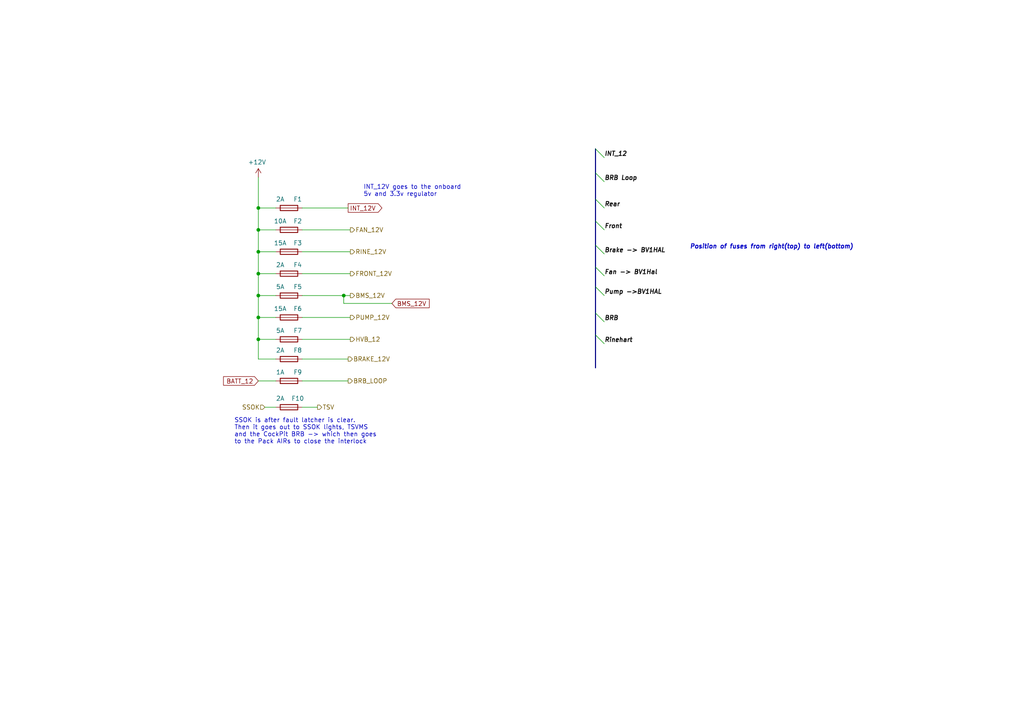
<source format=kicad_sch>
(kicad_sch (version 20211123) (generator eeschema)
  (paper "A4")
  (lib_symbols
    (symbol "Device:Fuse" (pin_numbers hide) (pin_names (offset 0))
      (property "Reference" "F" (at 2.032 0 90))
      (property "Value" "Fuse" (at -1.905 0 90))
      (symbol "Fuse_0_1"
        (rectangle (start -0.762 -2.54) (end 0.762 2.54) (stroke (width 0.254)))
        (polyline (pts (xy 0 2.54) (xy 0 -2.54)))
      )
      (symbol "Fuse_1_1"
        (pin passive line (at 0 3.81 270) (length 1.27) (name "~") (number "1"))
        (pin passive line (at 0 -3.81 90) (length 1.27) (name "~") (number "2"))
      )
    )
    (symbol "power:+12V" (power) (pin_names (offset 0))
      (property "Value" "+12V" (at 0 3.556 0))
      (symbol "+12V_0_1"
        (polyline (pts (xy -0.762 1.27) (xy 0 2.54)))
        (polyline (pts (xy 0 0) (xy 0 2.54)))
        (polyline (pts (xy 0 2.54) (xy 0.762 1.27)))
      )
      (symbol "+12V_1_1"
        (pin power_in line (at 0 0 90) (length 0) hide (name "+12V") (number "1"))
      )
    )
  )
  (junction (at 74.93 79.375))
  (junction (at 74.93 98.425))
  (junction (at 99.695 85.725))
  (junction (at 74.93 60.325))
  (junction (at 74.93 92.075))
  (junction (at 74.93 66.675))
  (junction (at 74.93 85.725))
  (junction (at 74.93 73.025))
  (bus_entry (at 172.72 43.18) (size 2.54 2.54))
  (bus_entry (at 172.72 50.165) (size 2.54 2.54))
  (bus_entry (at 172.72 57.785) (size 2.54 2.54))
  (bus_entry (at 172.72 64.135) (size 2.54 2.54))
  (bus_entry (at 172.72 71.12) (size 2.54 2.54))
  (bus_entry (at 172.72 77.47) (size 2.54 2.54))
  (bus_entry (at 172.72 83.185) (size 2.54 2.54))
  (bus_entry (at 172.72 90.805) (size 2.54 2.54))
  (bus_entry (at 172.72 97.155) (size 2.54 2.54))
  (wire (pts (xy 74.93 73.025) (xy 74.93 79.375)))
  (wire (pts (xy 100.965 60.325) (xy 87.63 60.325)))
  (wire (pts (xy 74.93 110.49) (xy 80.01 110.49)))
  (wire (pts (xy 101.6 73.025) (xy 87.63 73.025)))
  (wire (pts (xy 74.93 98.425) (xy 74.93 104.14)))
  (wire (pts (xy 74.93 92.075) (xy 74.93 98.425)))
  (bus (pts (xy 172.72 71.12) (xy 172.72 77.47)))
  (bus (pts (xy 172.72 57.785) (xy 172.72 64.135)))
  (wire (pts (xy 101.6 98.425) (xy 87.63 98.425)))
  (wire (pts (xy 80.01 73.025) (xy 74.93 73.025)))
  (wire (pts (xy 80.01 79.375) (xy 74.93 79.375)))
  (wire (pts (xy 101.6 85.725) (xy 99.695 85.725)))
  (wire (pts (xy 80.01 60.325) (xy 74.93 60.325)))
  (wire (pts (xy 113.665 88.011) (xy 99.695 88.011)))
  (wire (pts (xy 100.965 104.14) (xy 87.63 104.14)))
  (wire (pts (xy 99.695 85.725) (xy 87.63 85.725)))
  (wire (pts (xy 80.01 85.725) (xy 74.93 85.725)))
  (wire (pts (xy 80.01 92.075) (xy 74.93 92.075)))
  (bus (pts (xy 172.72 43.18) (xy 172.72 50.165)))
  (bus (pts (xy 172.72 50.165) (xy 172.72 57.785)))
  (bus (pts (xy 172.72 97.155) (xy 172.72 106.68)))
  (bus (pts (xy 172.72 64.135) (xy 172.72 71.12)))
  (bus (pts (xy 172.72 83.185) (xy 172.72 90.805)))
  (wire (pts (xy 101.6 92.075) (xy 87.63 92.075)))
  (wire (pts (xy 74.93 66.675) (xy 74.93 73.025)))
  (wire (pts (xy 80.01 66.675) (xy 74.93 66.675)))
  (wire (pts (xy 99.695 88.011) (xy 99.695 85.725)))
  (wire (pts (xy 101.6 79.375) (xy 87.63 79.375)))
  (wire (pts (xy 80.01 98.425) (xy 74.93 98.425)))
  (wire (pts (xy 101.6 66.675) (xy 87.63 66.675)))
  (bus (pts (xy 172.72 77.47) (xy 172.72 83.185)))
  (bus (pts (xy 172.72 90.805) (xy 172.72 97.155)))
  (wire (pts (xy 74.93 79.375) (xy 74.93 85.725)))
  (wire (pts (xy 80.01 104.14) (xy 74.93 104.14)))
  (wire (pts (xy 80.01 118.11) (xy 76.835 118.11)))
  (wire (pts (xy 74.93 60.325) (xy 74.93 66.675)))
  (wire (pts (xy 100.965 110.49) (xy 87.63 110.49)))
  (wire (pts (xy 92.075 118.11) (xy 87.63 118.11)))
  (wire (pts (xy 74.93 85.725) (xy 74.93 92.075)))
  (wire (pts (xy 74.93 51.435) (xy 74.93 60.325)))
  (text "SSOK is after fault latcher is clear.\nThen it goes out to SSOK lights, TSVMS\nand the CockPit BRB -> which then goes\nto the Pack AIRs to close the interlock" (at 67.945 128.905 0) (effects (font (size 1.27 1.27)) (justify left bottom)))
  (text "Position of fuses from right(top) to left(bottom)" (at 200.025 72.39 0) (effects (font (size 1.27 1.27) bold italic) (justify left bottom)))
  (text "INT_12V goes to the onboard \n5v and 3.3v regulator" (at 105.41 57.15 0) (effects (font (size 1.27 1.27)) (justify left bottom)))
  (label "Front" (at 175.26 66.675 0) (effects (font bold italic)))
  (label "INT_12" (at 175.26 45.72 0) (effects (font bold italic)))
  (label "Pump ->BV1HAL" (at 175.26 85.725 0) (effects (font bold italic)))
  (label "BRB Loop" (at 175.26 52.705 0) (effects (font bold italic)))
  (label "Rear" (at 175.26 60.325 0) (effects (font bold italic)))
  (label "Brake -> BV1HAL" (at 175.26 73.66 0) (effects (font bold italic)))
  (label "BRB" (at 175.26 93.345 0) (effects (font bold italic)))
  (label "Rinehart" (at 175.26 99.695 0) (effects (font bold italic)))
  (label "Fan -> BV1Hal" (at 175.26 80.01 0) (effects (font bold italic)))
  (global_label "BMS_12V" (shape input) (at 113.665 88.011 0) (property "Intersheet References" "${INTERSHEET_REFS}" (effects hide)))
  (global_label "BATT_12" (shape input) (at 74.93 110.49 180) (property "Intersheet References" "${INTERSHEET_REFS}" (effects hide)))
  (global_label "INT_12V" (shape output) (at 100.965 60.325 0) (property "Intersheet References" "${INTERSHEET_REFS}" (effects hide)))
  (hierarchical_label "RINE_12V" (shape output) (at 101.6 73.025 0))
  (hierarchical_label "FRONT_12V" (shape output) (at 101.6 79.375 0))
  (hierarchical_label "BMS_12V" (shape output) (at 101.6 85.725 0))
  (hierarchical_label "BRB_LOOP" (shape output) (at 100.965 110.49 0))
  (hierarchical_label "TSV" (shape output) (at 92.075 118.11 0))
  (hierarchical_label "FAN_12V" (shape output) (at 101.6 66.675 0))
  (hierarchical_label "SSOK" (shape input) (at 76.835 118.11 180))
  (hierarchical_label "HVB_12" (shape output) (at 101.6 98.425 0))
  (hierarchical_label "PUMP_12V" (shape output) (at 101.6 92.075 0))
  (hierarchical_label "BRAKE_12V" (shape output) (at 100.965 104.14 0))
  (symbol (lib_id "power:+12V") (at 74.93 51.435 0) (mirror y) (unit 1)
    (property "Reference" "#PWR0136" (effects hide))
    (property "Value" "+12V" (at 74.549 47.0408 0))
  )
  (symbol (lib_id "Device:Fuse") (at 83.82 98.425 90) (mirror x) (unit 1)
    (property "Reference" "F7" (at 86.36 95.885 90))
    (property "Value" "5A" (at 81.28 95.885 90))
    (property "Footprint" "AERO_Footprints:Fuseholder_Blade_Mini_Keystone_3568" (effects hide))
  )
  (symbol (lib_id "Device:Fuse") (at 83.82 60.325 90) (mirror x) (unit 1)
    (property "Reference" "F1" (at 86.36 57.785 90))
    (property "Value" "2A" (at 81.28 57.785 90))
    (property "Footprint" "AERO_Footprints:Fuseholder_Blade_Mini_Keystone_3568" (effects hide))
  )
  (symbol (lib_id "Device:Fuse") (at 83.82 85.725 90) (mirror x) (unit 1)
    (property "Reference" "F5" (at 86.36 83.185 90))
    (property "Value" "5A" (at 81.28 83.185 90))
    (property "Footprint" "AERO_Footprints:Fuseholder_Blade_Mini_Keystone_3568" (effects hide))
  )
  (symbol (lib_id "Device:Fuse") (at 83.82 104.14 90) (mirror x) (unit 1)
    (property "Reference" "F8" (at 86.36 101.6 90))
    (property "Value" "2A" (at 81.28 101.6 90))
    (property "Footprint" "AERO_Footprints:Fuseholder_Blade_Mini_Keystone_3568" (effects hide))
  )
  (symbol (lib_id "Device:Fuse") (at 83.82 79.375 90) (mirror x) (unit 1)
    (property "Reference" "F4" (at 86.36 76.835 90))
    (property "Value" "2A" (at 81.28 76.835 90))
    (property "Footprint" "AERO_Footprints:Fuseholder_Blade_Mini_Keystone_3568" (effects hide))
  )
  (symbol (lib_id "Device:Fuse") (at 83.82 73.025 90) (mirror x) (unit 1)
    (property "Reference" "F3" (at 86.36 70.485 90))
    (property "Value" "15A" (at 81.28 70.485 90))
    (property "Footprint" "AERO_Footprints:Fuseholder_Blade_Mini_Keystone_3568" (effects hide))
  )
  (symbol (lib_id "Device:Fuse") (at 83.82 110.49 90) (mirror x) (unit 1)
    (property "Reference" "F9" (at 86.36 107.95 90))
    (property "Value" "1A" (at 81.28 107.95 90))
    (property "Footprint" "AERO_Footprints:Fuseholder_Blade_Mini_Keystone_3568" (effects hide))
  )
  (symbol (lib_id "Device:Fuse") (at 83.82 118.11 90) (mirror x) (unit 1)
    (property "Reference" "F10" (at 86.36 115.57 90))
    (property "Value" "2A" (at 81.28 115.57 90))
    (property "Footprint" "AERO_Footprints:Fuseholder_Blade_Mini_Keystone_3568" (effects hide))
  )
  (symbol (lib_id "Device:Fuse") (at 83.82 66.675 90) (mirror x) (unit 1)
    (property "Reference" "F2" (at 86.36 64.135 90))
    (property "Value" "10A" (at 81.28 64.135 90))
    (property "Footprint" "AERO_Footprints:Fuseholder_Blade_Mini_Keystone_3568" (effects hide))
  )
  (symbol (lib_id "Device:Fuse") (at 83.82 92.075 90) (mirror x) (unit 1)
    (property "Reference" "F6" (at 86.36 89.535 90))
    (property "Value" "15A" (at 81.28 89.535 90))
    (property "Footprint" "AERO_Footprints:Fuseholder_Blade_Mini_Keystone_3568" (effects hide))
  )
)
</source>
